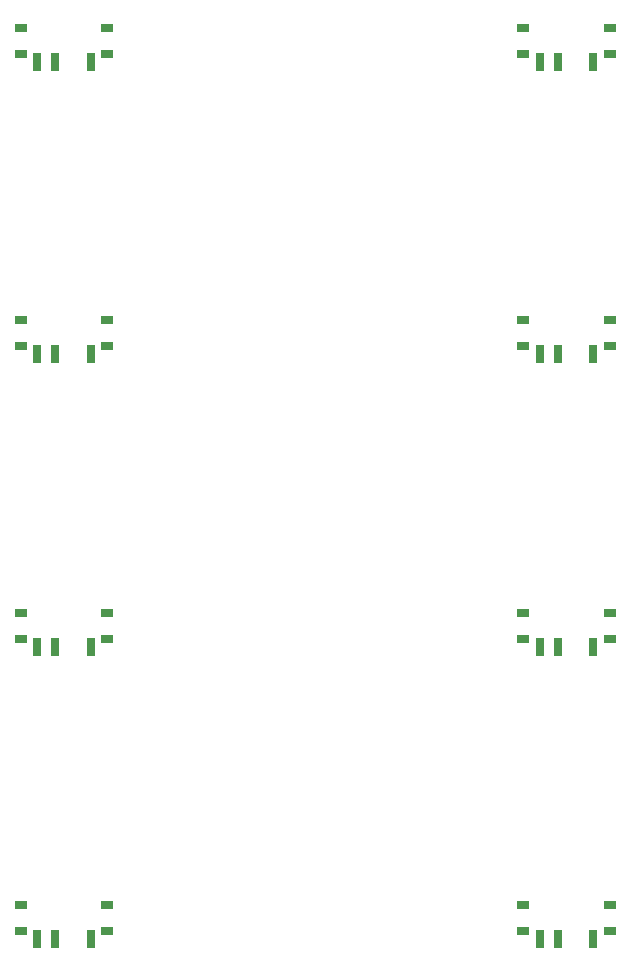
<source format=gbr>
G04 #@! TF.GenerationSoftware,KiCad,Pcbnew,(5.1.4)-1*
G04 #@! TF.CreationDate,2021-02-09T18:46:42+01:00*
G04 #@! TF.ProjectId,plant_water_level,706c616e-745f-4776-9174-65725f6c6576,rev?*
G04 #@! TF.SameCoordinates,Original*
G04 #@! TF.FileFunction,Paste,Top*
G04 #@! TF.FilePolarity,Positive*
%FSLAX46Y46*%
G04 Gerber Fmt 4.6, Leading zero omitted, Abs format (unit mm)*
G04 Created by KiCad (PCBNEW (5.1.4)-1) date 2021-02-09 18:46:42*
%MOMM*%
%LPD*%
G04 APERTURE LIST*
%ADD10R,0.700000X1.500000*%
%ADD11R,1.000000X0.800000*%
G04 APERTURE END LIST*
D10*
X49240000Y94709000D03*
X46240000Y94709000D03*
X44740000Y94709000D03*
D11*
X50640000Y97569000D03*
X43340000Y97569000D03*
X43340000Y95359000D03*
X50640000Y95359000D03*
X8095000Y95359000D03*
X795000Y95359000D03*
X795000Y97569000D03*
X8095000Y97569000D03*
D10*
X2195000Y94709000D03*
X3695000Y94709000D03*
X6695000Y94709000D03*
D11*
X50640000Y70594000D03*
X43340000Y70594000D03*
X43340000Y72804000D03*
X50640000Y72804000D03*
D10*
X44740000Y69944000D03*
X46240000Y69944000D03*
X49240000Y69944000D03*
X6695000Y69944000D03*
X3695000Y69944000D03*
X2195000Y69944000D03*
D11*
X8095000Y72804000D03*
X795000Y72804000D03*
X795000Y70594000D03*
X8095000Y70594000D03*
X50640000Y45829000D03*
X43340000Y45829000D03*
X43340000Y48039000D03*
X50640000Y48039000D03*
D10*
X44740000Y45179000D03*
X46240000Y45179000D03*
X49240000Y45179000D03*
X6695000Y45179000D03*
X3695000Y45179000D03*
X2195000Y45179000D03*
D11*
X8095000Y48039000D03*
X795000Y48039000D03*
X795000Y45829000D03*
X8095000Y45829000D03*
D10*
X49240000Y20414000D03*
X46240000Y20414000D03*
X44740000Y20414000D03*
D11*
X50640000Y23274000D03*
X43340000Y23274000D03*
X43340000Y21064000D03*
X50640000Y21064000D03*
X8095000Y21064000D03*
X795000Y21064000D03*
X795000Y23274000D03*
X8095000Y23274000D03*
D10*
X2195000Y20414000D03*
X3695000Y20414000D03*
X6695000Y20414000D03*
M02*

</source>
